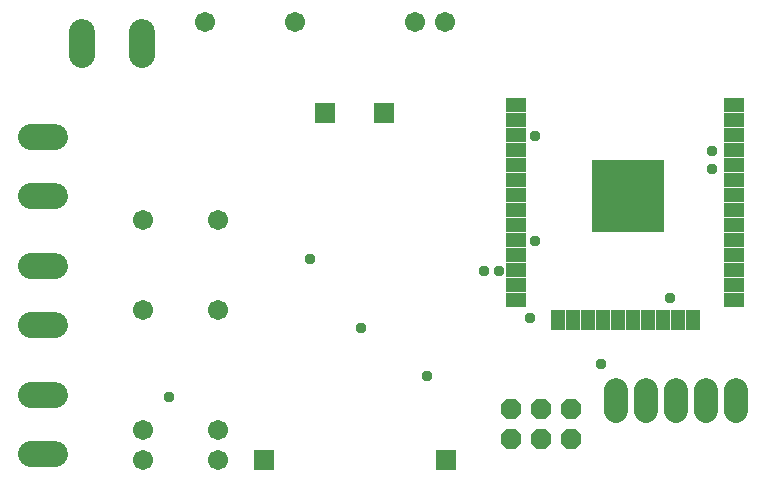
<source format=gbr>
G04 EAGLE Gerber RS-274X export*
G75*
%MOMM*%
%FSLAX34Y34*%
%LPD*%
%INSoldermask Top*%
%IPPOS*%
%AMOC8*
5,1,8,0,0,1.08239X$1,22.5*%
G01*
%ADD10R,1.727200X1.727200*%
%ADD11C,2.184400*%
%ADD12C,1.711200*%
%ADD13C,2.003200*%
%ADD14R,1.703200X1.203200*%
%ADD15R,1.203200X1.703200*%
%ADD16R,6.203200X6.203200*%
%ADD17P,1.869504X8X202.500000*%
%ADD18C,0.959600*%


D10*
X484740Y289240D03*
X434740Y289240D03*
X536740Y-4760D03*
X382740Y-4760D03*
D11*
X279146Y338074D02*
X279146Y357886D01*
X229108Y357886D02*
X229108Y338074D01*
X205486Y268986D02*
X185674Y268986D01*
X185674Y218948D02*
X205486Y218948D01*
X205486Y159766D02*
X185674Y159766D01*
X185674Y109728D02*
X205486Y109728D01*
X205486Y50546D02*
X185674Y50546D01*
X185674Y508D02*
X205486Y508D01*
D12*
X332740Y366460D03*
X408940Y366460D03*
X510540Y366460D03*
X535940Y366460D03*
X280100Y198120D03*
X280100Y121920D03*
X280100Y20320D03*
X280100Y-5080D03*
X343600Y198120D03*
X343600Y121920D03*
X343600Y20320D03*
X343600Y-5080D03*
D13*
X782320Y36720D02*
X782320Y54720D01*
X756920Y54720D02*
X756920Y36720D01*
X731520Y36720D02*
X731520Y54720D01*
X706120Y54720D02*
X706120Y36720D01*
X680720Y36720D02*
X680720Y54720D01*
D14*
X595840Y257960D03*
X595840Y245260D03*
X595840Y232560D03*
X595840Y219860D03*
X595840Y207160D03*
X595840Y194460D03*
X595840Y181760D03*
X595840Y169060D03*
D15*
X745640Y113560D03*
D14*
X780840Y130960D03*
X780840Y143660D03*
X780840Y156360D03*
X780840Y169060D03*
X780840Y181760D03*
X780840Y194460D03*
X780840Y207160D03*
D15*
X656740Y113560D03*
D14*
X595840Y156360D03*
X595840Y143660D03*
X595840Y130960D03*
D15*
X631340Y113560D03*
X644040Y113560D03*
D14*
X595840Y270660D03*
X595840Y283360D03*
X595840Y296060D03*
D15*
X669440Y113560D03*
X682140Y113560D03*
X694840Y113560D03*
X732940Y113560D03*
X720240Y113560D03*
X707540Y113560D03*
D14*
X780840Y219860D03*
X780840Y232560D03*
X780840Y245260D03*
X780840Y257960D03*
X780840Y270660D03*
X780840Y283360D03*
X780840Y296060D03*
D16*
X691340Y219060D03*
D17*
X642620Y38100D03*
X642620Y12700D03*
X617220Y38100D03*
X617220Y12700D03*
X591820Y38100D03*
X591820Y12700D03*
D18*
X668020Y76200D03*
X608330Y115570D03*
X464820Y106680D03*
X520700Y66040D03*
X612140Y269240D03*
X302260Y48260D03*
X421640Y165100D03*
X568960Y154940D03*
X581660Y154940D03*
X762000Y256540D03*
X762000Y241300D03*
X612140Y180340D03*
X726440Y132080D03*
M02*

</source>
